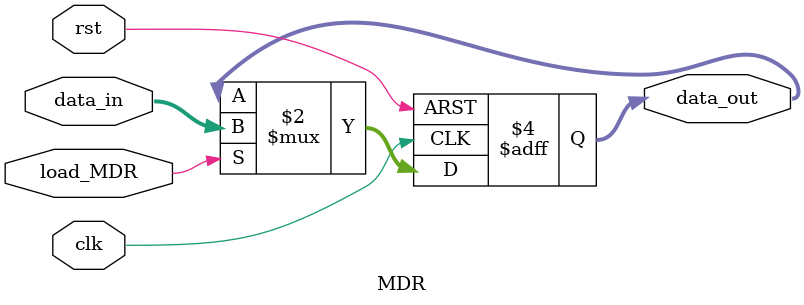
<source format=v>
`timescale 1ns / 1ps



module MDR(
    input clk,
    input rst,
    input wire [15:0] data_in,
    input wire load_MDR,      // control load by F2+F7+F11+F15+F18+F21+F24+F28+F29+F48
    
    output reg [15:0] data_out
    );
        
    always @(posedge clk or posedge rst) begin
        if(rst)
            data_out <= 16'b0;
        else if(load_MDR)
            data_out <= data_in;
            
     end
endmodule

</source>
